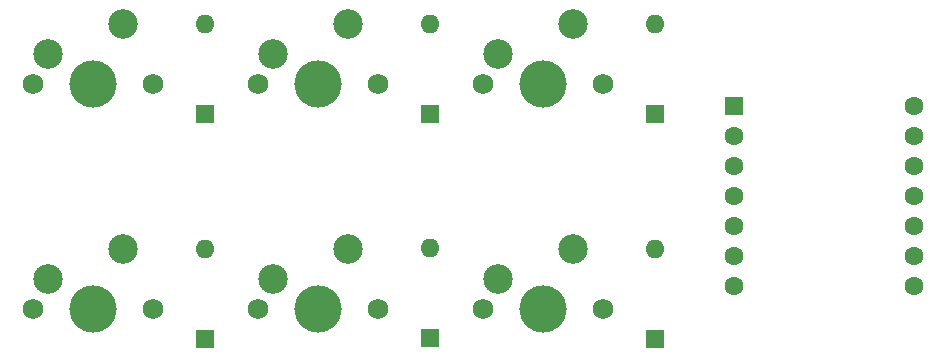
<source format=gbr>
%TF.GenerationSoftware,KiCad,Pcbnew,8.0.6*%
%TF.CreationDate,2024-10-21T20:43:56-04:00*%
%TF.ProjectId,retry,72657472-792e-46b6-9963-61645f706362,rev?*%
%TF.SameCoordinates,Original*%
%TF.FileFunction,Soldermask,Bot*%
%TF.FilePolarity,Negative*%
%FSLAX46Y46*%
G04 Gerber Fmt 4.6, Leading zero omitted, Abs format (unit mm)*
G04 Created by KiCad (PCBNEW 8.0.6) date 2024-10-21 20:43:56*
%MOMM*%
%LPD*%
G01*
G04 APERTURE LIST*
%ADD10C,1.750000*%
%ADD11C,4.000000*%
%ADD12C,2.500000*%
%ADD13R,1.600000X1.600000*%
%ADD14O,1.600000X1.600000*%
%ADD15C,1.600000*%
G04 APERTURE END LIST*
D10*
%TO.C,SW3*%
X90170000Y-38100000D03*
D11*
X95250000Y-38100000D03*
D10*
X100330000Y-38100000D03*
D12*
X91440000Y-35560000D03*
X97790000Y-33020000D03*
%TD*%
D10*
%TO.C,SW2*%
X71120000Y-38100000D03*
D11*
X76200000Y-38100000D03*
D10*
X81280000Y-38100000D03*
D12*
X72390000Y-35560000D03*
X78740000Y-33020000D03*
%TD*%
D10*
%TO.C,SW5*%
X71120000Y-57150000D03*
D11*
X76200000Y-57150000D03*
D10*
X81280000Y-57150000D03*
D12*
X72390000Y-54610000D03*
X78740000Y-52070000D03*
%TD*%
D10*
%TO.C,SW4*%
X52070000Y-57150000D03*
D11*
X57150000Y-57150000D03*
D10*
X62230000Y-57150000D03*
D12*
X53340000Y-54610000D03*
X59690000Y-52070000D03*
%TD*%
D10*
%TO.C,SW6*%
X90170000Y-57150000D03*
D11*
X95250000Y-57150000D03*
D10*
X100330000Y-57150000D03*
D12*
X91440000Y-54610000D03*
X97790000Y-52070000D03*
%TD*%
D10*
%TO.C,SW1*%
X52070000Y-38100000D03*
D11*
X57150000Y-38100000D03*
D10*
X62230000Y-38100000D03*
D12*
X53340000Y-35560000D03*
X59690000Y-33020000D03*
%TD*%
D13*
%TO.C,D6*%
X104775000Y-59705000D03*
D14*
X104775000Y-52085000D03*
%TD*%
D13*
%TO.C,D2*%
X85725000Y-40675000D03*
D14*
X85725000Y-33055000D03*
%TD*%
D13*
%TO.C,D1*%
X66675000Y-40645000D03*
D14*
X66675000Y-33025000D03*
%TD*%
D13*
%TO.C,D4*%
X66675000Y-59735000D03*
D14*
X66675000Y-52115000D03*
%TD*%
D13*
%TO.C,D3*%
X104785000Y-40655000D03*
D14*
X104785000Y-33035000D03*
%TD*%
D13*
%TO.C,D5*%
X85735000Y-59665000D03*
D14*
X85735000Y-52045000D03*
%TD*%
D15*
%TO.C,U1*%
X126682500Y-40005000D03*
X126682500Y-42545000D03*
X126682500Y-45085000D03*
X126682500Y-47625000D03*
X126682500Y-50165000D03*
X126682500Y-52705000D03*
X126682500Y-55245000D03*
X111442500Y-55245000D03*
X111442500Y-52705000D03*
X111442500Y-50165000D03*
X111442500Y-47625000D03*
X111442500Y-45085000D03*
X111442500Y-42545000D03*
D13*
X111442500Y-40005000D03*
%TD*%
M02*

</source>
